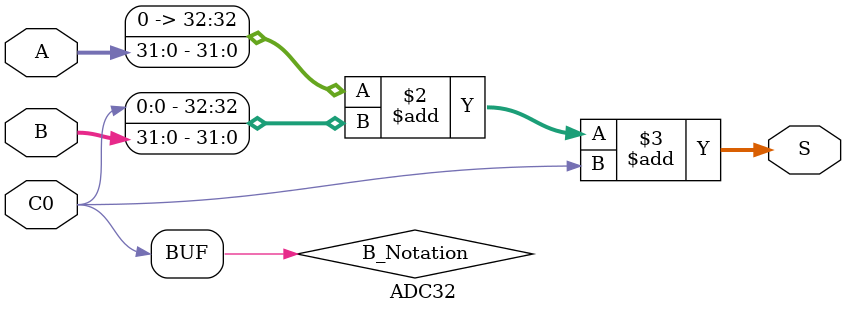
<source format=v>
`timescale 1ns / 1ps
module ADC32(input [31:0] A, 
				 input [31:0] B, 
				 input C0,
				 output [32:0] S
				  );
				  
//wire B_Notation;

	wire B_Notation = C0 ^ 1'b0;	  
	assign S = {1'b0,A} + {B_Notation,B} + C0;

endmodule

</source>
